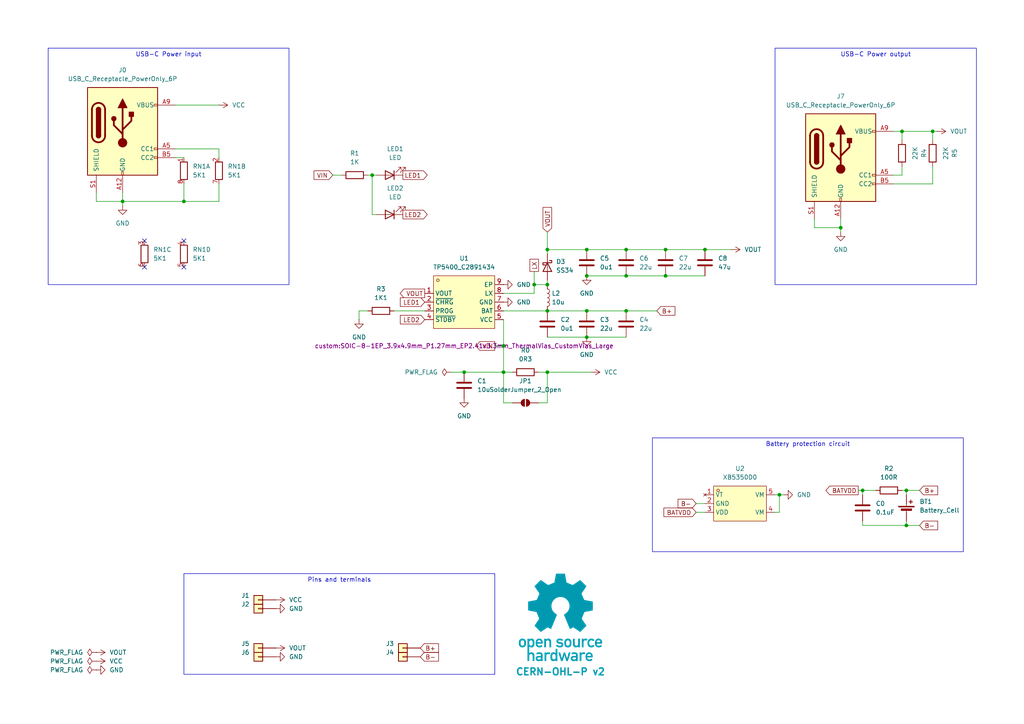
<source format=kicad_sch>
(kicad_sch (version 20231120) (generator "eeschema") (generator_version "8.0")
  (paper "A4")
  (lib_symbols
    (symbol "Conn_01x01_1" (pin_numbers hide) (pin_names (offset 1.016) hide)
      (property "Reference" "J" (at 0 2.54 0))
      (property "Value" "Conn_01x01" (at 0 -2.54 0))
      (symbol "Conn_01x01_1_1_1"
        (rectangle (start -1.27 0.127) (end 0 -0.127) (stroke (width 0.1524)))
        (rectangle (start -1.27 1.27) (end 1.27 -1.27) (stroke (width 0.254)) (fill (type background)))
        (pin passive line (at -5.08 0 0) (length 3.81) (name "Pin_1") (number "1"))
      )
    )
    (symbol "Connector:USB_C_Receptacle_PowerOnly_6P" (pin_names (offset 1.016))
      (property "Reference" "J" (at 0 16.51 0))
      (property "Value" "USB_C_Receptacle_PowerOnly_6P" (at 0 13.97 0))
      (symbol "USB_C_Receptacle_PowerOnly_6P_0_0"
        (rectangle (start -0.254 -12.7) (end 0.254 -11.684))
        (rectangle (start 10.16 -7.366) (end 9.144 -7.874))
        (rectangle (start 10.16 -4.826) (end 9.144 -5.334))
        (rectangle (start 10.16 7.874) (end 9.144 7.366))
      )
      (symbol "USB_C_Receptacle_PowerOnly_6P_0_1"
        (rectangle (start -10.16 12.7) (end 10.16 -12.7) (stroke (width 0.254)) (fill (type background)))
        (arc (start -8.89 -1.27) (mid -6.985 -3.1667) (end -5.08 -1.27) (stroke (width 0.508)))
        (arc (start -7.62 -1.27) (mid -6.985 -1.9023) (end -6.35 -1.27) (stroke (width 0.254)))
        (arc (start -7.62 -1.27) (mid -6.985 -1.9023) (end -6.35 -1.27) (stroke (width 0.254)) (fill (type outline)))
        (rectangle (start -7.62 -1.27) (end -6.35 6.35) (stroke (width 0.254)) (fill (type outline)))
        (arc (start -6.35 6.35) (mid -6.985 6.9823) (end -7.62 6.35) (stroke (width 0.254)))
        (arc (start -6.35 6.35) (mid -6.985 6.9823) (end -7.62 6.35) (stroke (width 0.254)) (fill (type outline)))
        (arc (start -5.08 6.35) (mid -6.985 8.2467) (end -8.89 6.35) (stroke (width 0.508)))
        (circle (center -2.54 3.683) (radius 0.635) (stroke (width 0.254)) (fill (type outline)))
        (circle (center 0 -3.302) (radius 1.27) (fill (type outline)))
        (polyline (pts (xy -8.89 -1.27) (xy -8.89 6.35)) (stroke (width 0.508)))
        (polyline (pts (xy -5.08 6.35) (xy -5.08 -1.27)) (stroke (width 0.508)))
        (polyline (pts (xy 0 -3.302) (xy 0 6.858)) (stroke (width 0.508)))
        (polyline (pts (xy 0 -0.762) (xy -2.54 1.778) (xy -2.54 3.048)) (stroke (width 0.508)))
        (polyline (pts (xy 0 0.508) (xy 2.54 3.048) (xy 2.54 4.318)) (stroke (width 0.508)))
        (polyline (pts (xy -1.27 6.858) (xy 0 9.398) (xy 1.27 6.858) (xy -1.27 6.858)) (stroke (width 0.254)) (fill (type outline)))
        (rectangle (start 1.905 4.318) (end 3.175 5.588) (stroke (width 0.254)) (fill (type outline)))
      )
      (symbol "USB_C_Receptacle_PowerOnly_6P_1_1"
        (pin passive line (at 0 -17.78 90) (length 5.08) (name "GND") (number "A12"))
        (pin bidirectional line (at 15.24 -5.08 180) (length 5.08) (name "CC1") (number "A5"))
        (pin passive line (at 15.24 7.62 180) (length 5.08) (name "VBUS") (number "A9"))
        (pin passive line (at 0 -17.78 90) (length 5.08) hide (name "GND") (number "B12"))
        (pin bidirectional line (at 15.24 -7.62 180) (length 5.08) (name "CC2") (number "B5"))
        (pin passive line (at 15.24 7.62 180) (length 5.08) hide (name "VBUS") (number "B9"))
        (pin passive line (at -7.62 -17.78 90) (length 5.08) (name "SHIELD") (number "S1"))
      )
    )
    (symbol "Connector_Generic:Conn_01x01" (pin_numbers hide) (pin_names (offset 1.016) hide)
      (property "Reference" "J" (at 0 2.54 0))
      (property "Value" "Conn_01x01" (at 0 -2.54 0))
      (symbol "Conn_01x01_1_1"
        (rectangle (start -1.27 0.127) (end 0 -0.127) (stroke (width 0.1524)))
        (rectangle (start -1.27 1.27) (end 1.27 -1.27) (stroke (width 0.254)) (fill (type background)))
        (pin passive line (at -5.08 0 0) (length 3.81) (name "Pin_1") (number "1"))
      )
    )
    (symbol "Device:Battery_Cell" (pin_numbers hide) (pin_names (offset 0) hide)
      (property "Reference" "BT" (at 2.54 2.54 0))
      (property "Value" "Battery_Cell" (at 2.54 0 0))
      (symbol "Battery_Cell_0_1"
        (rectangle (start -2.286 1.778) (end 2.286 1.524) (fill (type outline)))
        (rectangle (start -1.524 1.016) (end 1.524 0.508) (fill (type outline)))
        (polyline (pts (xy 0 0.762) (xy 0 0)))
        (polyline (pts (xy 0 1.778) (xy 0 2.54)))
        (polyline (pts (xy 0.762 3.048) (xy 1.778 3.048)) (stroke (width 0.254)))
        (polyline (pts (xy 1.27 3.556) (xy 1.27 2.54)) (stroke (width 0.254)))
      )
      (symbol "Battery_Cell_1_1"
        (pin passive line (at 0 5.08 270) (length 2.54) (name "+") (number "1"))
        (pin passive line (at 0 -2.54 90) (length 2.54) (name "-") (number "2"))
      )
    )
    (symbol "Device:C" (pin_numbers hide) (pin_names (offset 0.254))
      (property "Reference" "C" (at 0.635 2.54 0))
      (property "Value" "C" (at 0.635 -2.54 0))
      (symbol "C_0_1"
        (polyline (pts (xy -2.032 -0.762) (xy 2.032 -0.762)) (stroke (width 0.508)))
        (polyline (pts (xy -2.032 0.762) (xy 2.032 0.762)) (stroke (width 0.508)))
      )
      (symbol "C_1_1"
        (pin passive line (at 0 3.81 270) (length 2.794) (name "~") (number "1"))
        (pin passive line (at 0 -3.81 90) (length 2.794) (name "~") (number "2"))
      )
    )
    (symbol "Device:L" (pin_numbers hide) (pin_names (offset 1.016) hide)
      (property "Reference" "L" (at -1.27 0 90))
      (property "Value" "L" (at 1.905 0 90))
      (symbol "L_0_1"
        (arc (start 0 -2.54) (mid 0.6323 -1.905) (end 0 -1.27))
        (arc (start 0 -1.27) (mid 0.6323 -0.635) (end 0 0))
        (arc (start 0 0) (mid 0.6323 0.635) (end 0 1.27))
        (arc (start 0 1.27) (mid 0.6323 1.905) (end 0 2.54))
      )
      (symbol "L_1_1"
        (pin passive line (at 0 3.81 270) (length 1.27) (name "1") (number "1"))
        (pin passive line (at 0 -3.81 90) (length 1.27) (name "2") (number "2"))
      )
    )
    (symbol "Device:LED" (pin_numbers hide) (pin_names (offset 1.016) hide)
      (property "Reference" "D" (at 0 2.54 0))
      (property "Value" "LED" (at 0 -2.54 0))
      (symbol "LED_0_1"
        (polyline (pts (xy -1.27 -1.27) (xy -1.27 1.27)) (stroke (width 0.254)))
        (polyline (pts (xy -1.27 0) (xy 1.27 0)))
        (polyline (pts (xy 1.27 -1.27) (xy 1.27 1.27) (xy -1.27 0) (xy 1.27 -1.27)) (stroke (width 0.254)))
        (polyline (pts (xy -3.048 -0.762) (xy -4.572 -2.286) (xy -3.81 -2.286) (xy -4.572 -2.286) (xy -4.572 -1.524)))
        (polyline (pts (xy -1.778 -0.762) (xy -3.302 -2.286) (xy -2.54 -2.286) (xy -3.302 -2.286) (xy -3.302 -1.524)))
      )
      (symbol "LED_1_1"
        (pin passive line (at -3.81 0 0) (length 2.54) (name "K") (number "1"))
        (pin passive line (at 3.81 0 180) (length 2.54) (name "A") (number "2"))
      )
    )
    (symbol "Device:R" (pin_numbers hide) (pin_names (offset 0))
      (property "Reference" "R" (at 2.032 0 90))
      (property "Value" "R" (at 0 0 90))
      (symbol "R_0_1"
        (rectangle (start -1.016 -2.54) (end 1.016 2.54) (stroke (width 0.254)))
      )
      (symbol "R_1_1"
        (pin passive line (at 0 3.81 270) (length 1.27) (name "~") (number "1"))
        (pin passive line (at 0 -3.81 90) (length 1.27) (name "~") (number "2"))
      )
    )
    (symbol "Device:R_Pack04_Split" (pin_names (offset 0) hide)
      (property "Reference" "RN" (at 2.032 0 90))
      (property "Value" "R_Pack04_Split" (at 0 0 90))
      (symbol "R_Pack04_Split_0_1"
        (rectangle (start 1.016 2.54) (end -1.016 -2.54) (stroke (width 0.254)))
      )
      (symbol "R_Pack04_Split_1_1"
        (pin passive line (at 0 -3.81 90) (length 1.27) (name "R1.1") (number "1"))
        (pin passive line (at 0 3.81 270) (length 1.27) (name "R1.2") (number "8"))
      )
      (symbol "R_Pack04_Split_2_1"
        (pin passive line (at 0 -3.81 90) (length 1.27) (name "R2.1") (number "2"))
        (pin passive line (at 0 3.81 270) (length 1.27) (name "R2.2") (number "7"))
      )
      (symbol "R_Pack04_Split_3_1"
        (pin passive line (at 0 -3.81 90) (length 1.27) (name "R3.1") (number "3"))
        (pin passive line (at 0 3.81 270) (length 1.27) (name "R3.2") (number "6"))
      )
      (symbol "R_Pack04_Split_4_1"
        (pin passive line (at 0 -3.81 90) (length 1.27) (name "R4.1") (number "4"))
        (pin passive line (at 0 3.81 270) (length 1.27) (name "R4.2") (number "5"))
      )
    )
    (symbol "Diode:SS34" (pin_numbers hide) (pin_names (offset 1.016) hide)
      (property "Reference" "D" (at 0 2.54 0))
      (property "Value" "SS34" (at 0 -2.54 0))
      (symbol "SS34_0_1"
        (polyline (pts (xy 1.27 0) (xy -1.27 0)))
        (polyline (pts (xy 1.27 1.27) (xy 1.27 -1.27) (xy -1.27 0) (xy 1.27 1.27)) (stroke (width 0.254)))
        (polyline (pts (xy -1.905 0.635) (xy -1.905 1.27) (xy -1.27 1.27) (xy -1.27 -1.27) (xy -0.635 -1.27) (xy -0.635 -0.635)) (stroke (width 0.254)))
      )
      (symbol "SS34_1_1"
        (pin passive line (at -3.81 0 0) (length 2.54) (name "K") (number "1"))
        (pin passive line (at 3.81 0 180) (length 2.54) (name "A") (number "2"))
      )
    )
    (symbol "Jumper:SolderJumper_2_Open" (pin_numbers hide) (pin_names (offset 0) hide) (exclude_from_sim yes) (in_bom no)
      (property "Reference" "JP" (at 0 2.032 0))
      (property "Value" "SolderJumper_2_Open" (at 0 -2.54 0))
      (symbol "SolderJumper_2_Open_0_1"
        (arc (start -0.254 1.016) (mid -1.2656 0) (end -0.254 -1.016))
        (arc (start -0.254 1.016) (mid -1.2656 0) (end -0.254 -1.016) (fill (type outline)))
        (polyline (pts (xy -0.254 1.016) (xy -0.254 -1.016)))
        (polyline (pts (xy 0.254 1.016) (xy 0.254 -1.016)))
        (arc (start 0.254 -1.016) (mid 1.2656 0) (end 0.254 1.016))
        (arc (start 0.254 -1.016) (mid 1.2656 0) (end 0.254 1.016) (fill (type outline)))
      )
      (symbol "SolderJumper_2_Open_1_1"
        (pin passive line (at -3.81 0 0) (length 2.54) (name "A") (number "1"))
        (pin passive line (at 3.81 0 180) (length 2.54) (name "B") (number "2"))
      )
    )
    (symbol "lcsc:TP5400_C2891434"
      (property "Reference" "U" (at 0 10.16 0))
      (property "Value" "TP5400_C2891434" (at 0 -10.16 0))
      (symbol "TP5400_C2891434_0_1"
        (rectangle (start -8.89 7.62) (end 8.89 -7.62) (fill (type background)))
        (circle (center -7.62 6.35) (radius 0.38))
      )
      (symbol "TP5400_C2891434_1_1"
        (pin power_in line (at -11.43 2.54 0) (length 2.54) (name "VOUT") (number "1"))
        (pin open_collector line (at -11.43 0 0) (length 2.54) (name "~{CHRG}") (number "2"))
        (pin passive line (at -11.43 -2.54 0) (length 2.54) (name "PROG") (number "3"))
        (pin open_collector line (at -11.43 -5.08 0) (length 2.54) (name "~{STDBY}") (number "4"))
        (pin power_in line (at 11.43 -5.08 180) (length 2.54) (name "VCC") (number "5"))
        (pin passive line (at 11.43 -2.54 180) (length 2.54) (name "BAT") (number "6"))
        (pin power_in line (at 11.43 0 180) (length 2.54) (name "GND") (number "7"))
        (pin passive line (at 11.43 2.54 180) (length 2.54) (name "LX") (number "8"))
        (pin power_in line (at 11.43 5.08 180) (length 2.54) (name "EP") (number "9"))
      )
    )
    (symbol "lcsc:XB5350D0"
      (property "Reference" "U" (at 0 7.62 0))
      (property "Value" "XB5350D0" (at 0 -7.62 0))
      (symbol "XB5350D0_0_1"
        (rectangle (start -7.62 5.08) (end 7.62 -5.08) (fill (type background)))
        (circle (center -6.35 3.81) (radius 0.38))
      )
      (symbol "XB5350D0_1_1"
        (pin no_connect line (at -10.16 2.54 0) (length 2.54) (name "VT") (number "1"))
        (pin input line (at -10.16 0 0) (length 2.54) (name "GND") (number "2"))
        (pin input line (at -10.16 -2.54 0) (length 2.54) (name "VDD") (number "3"))
        (pin input line (at 10.16 -2.54 180) (length 2.54) (name "VM") (number "4"))
        (pin input line (at 10.16 2.54 180) (length 2.54) (name "VM") (number "5"))
      )
    )
    (symbol "power:+5V" (power) (pin_numbers hide) (pin_names (offset 0) hide)
      (property "Value" "+5V" (at 0 3.556 0))
      (symbol "+5V_0_1"
        (polyline (pts (xy -0.762 1.27) (xy 0 2.54)))
        (polyline (pts (xy 0 0) (xy 0 2.54)))
        (polyline (pts (xy 0 2.54) (xy 0.762 1.27)))
      )
      (symbol "+5V_1_1"
        (pin power_in line (at 0 0 90) (length 0) (name "~") (number "1"))
      )
    )
    (symbol "power:GND" (power) (pin_numbers hide) (pin_names (offset 0) hide)
      (property "Value" "GND" (at 0 -3.81 0))
      (symbol "GND_0_1"
        (polyline (pts (xy 0 0) (xy 0 -1.27) (xy 1.27 -1.27) (xy 0 -2.54) (xy -1.27 -1.27) (xy 0 -1.27)))
      )
      (symbol "GND_1_1"
        (pin power_in line (at 0 0 270) (length 0) (name "~") (number "1"))
      )
    )
    (symbol "power:PWR_FLAG" (power) (pin_numbers hide) (pin_names (offset 0) hide)
      (property "Value" "PWR_FLAG" (at 0 3.81 0))
      (symbol "PWR_FLAG_0_0"
        (pin power_out line (at 0 0 90) (length 0) (name "~") (number "1"))
      )
      (symbol "PWR_FLAG_0_1"
        (polyline (pts (xy 0 0) (xy 0 1.27) (xy -1.016 1.905) (xy 0 2.54) (xy 1.016 1.905) (xy 0 1.27)))
      )
    )
    (symbol "power:VCC" (power) (pin_numbers hide) (pin_names (offset 0) hide)
      (property "Value" "VCC" (at 0 3.556 0))
      (symbol "VCC_0_1"
        (polyline (pts (xy -0.762 1.27) (xy 0 2.54)))
        (polyline (pts (xy 0 0) (xy 0 2.54)))
        (polyline (pts (xy 0 2.54) (xy 0.762 1.27)))
      )
      (symbol "VCC_1_1"
        (pin power_in line (at 0 0 90) (length 0) (name "~") (number "1"))
      )
    )
  )
  (junction (at 250.19 142.24))
  (junction (at 170.18 80.01))
  (junction (at 181.61 80.01))
  (junction (at 170.18 90.17))
  (junction (at 35.56 58.42))
  (junction (at 193.04 80.01))
  (junction (at 53.34 58.42))
  (junction (at 193.04 72.39))
  (junction (at 181.61 72.39))
  (junction (at 154.94 82.55))
  (junction (at 158.75 107.95))
  (junction (at 170.18 97.79))
  (junction (at 226.06 143.51))
  (junction (at 181.61 90.17))
  (junction (at 262.89 152.4))
  (junction (at 170.18 72.39))
  (junction (at 158.75 72.39))
  (junction (at 146.05 107.95))
  (junction (at 261.62 38.1))
  (junction (at 158.75 90.17))
  (junction (at 107.95 50.8))
  (junction (at 134.62 107.95))
  (junction (at 243.84 66.04))
  (junction (at 158.75 82.55))
  (junction (at 262.89 142.24))
  (junction (at 146.05 100.33))
  (junction (at 204.47 72.39))
  (junction (at 270.51 38.1))
  (no_connect (at 41.91 77.47))
  (no_connect (at 41.91 69.85))
  (no_connect (at 53.34 77.47))
  (no_connect (at 53.34 69.85))
  (wire (pts (xy 107.95 50.8) (xy 107.95 62.23)))
  (wire (pts (xy 53.34 53.34) (xy 53.34 58.42)))
  (wire (pts (xy 226.06 148.59) (xy 226.06 143.51)))
  (wire (pts (xy 262.89 152.4) (xy 262.89 151.13)))
  (wire (pts (xy 250.19 151.13) (xy 250.19 152.4)))
  (wire (pts (xy 35.56 55.88) (xy 35.56 58.42)))
  (wire (pts (xy 27.94 58.42) (xy 35.56 58.42)))
  (wire (pts (xy 243.84 66.04) (xy 243.84 67.31)))
  (wire (pts (xy 50.8 30.48) (xy 63.5 30.48)))
  (wire (pts (xy 259.08 38.1) (xy 261.62 38.1)))
  (wire (pts (xy 156.21 116.84) (xy 158.75 116.84)))
  (wire (pts (xy 158.75 90.17) (xy 170.18 90.17)))
  (wire (pts (xy 212.09 72.39) (xy 204.47 72.39)))
  (wire (pts (xy 181.61 90.17) (xy 190.5 90.17)))
  (wire (pts (xy 104.14 92.71) (xy 104.14 90.17)))
  (wire (pts (xy 158.75 107.95) (xy 156.21 107.95)))
  (wire (pts (xy 227.33 143.51) (xy 226.06 143.51)))
  (wire (pts (xy 146.05 116.84) (xy 146.05 107.95)))
  (wire (pts (xy 158.75 72.39) (xy 158.75 73.66)))
  (wire (pts (xy 50.8 43.18) (xy 63.5 43.18)))
  (wire (pts (xy 248.92 142.24) (xy 250.19 142.24)))
  (wire (pts (xy 250.19 152.4) (xy 262.89 152.4)))
  (wire (pts (xy 270.51 38.1) (xy 271.78 38.1)))
  (wire (pts (xy 148.59 116.84) (xy 146.05 116.84)))
  (wire (pts (xy 170.18 90.17) (xy 181.61 90.17)))
  (wire (pts (xy 158.75 67.31) (xy 158.75 72.39)))
  (wire (pts (xy 226.06 143.51) (xy 224.79 143.51)))
  (wire (pts (xy 270.51 48.26) (xy 270.51 53.34)))
  (wire (pts (xy 261.62 48.26) (xy 261.62 50.8)))
  (wire (pts (xy 181.61 80.01) (xy 193.04 80.01)))
  (wire (pts (xy 27.94 55.88) (xy 27.94 58.42)))
  (wire (pts (xy 130.81 107.95) (xy 134.62 107.95)))
  (wire (pts (xy 158.75 107.95) (xy 171.45 107.95)))
  (wire (pts (xy 158.75 72.39) (xy 170.18 72.39)))
  (wire (pts (xy 63.5 53.34) (xy 63.5 58.42)))
  (wire (pts (xy 63.5 43.18) (xy 63.5 45.72)))
  (wire (pts (xy 262.89 152.4) (xy 266.7 152.4)))
  (wire (pts (xy 259.08 50.8) (xy 261.62 50.8)))
  (wire (pts (xy 158.75 97.79) (xy 170.18 97.79)))
  (wire (pts (xy 53.34 58.42) (xy 35.56 58.42)))
  (wire (pts (xy 148.59 107.95) (xy 146.05 107.95)))
  (wire (pts (xy 193.04 72.39) (xy 204.47 72.39)))
  (wire (pts (xy 154.94 82.55) (xy 158.75 82.55)))
  (wire (pts (xy 270.51 38.1) (xy 270.51 40.64)))
  (wire (pts (xy 146.05 100.33) (xy 146.05 107.95)))
  (wire (pts (xy 96.52 50.8) (xy 99.06 50.8)))
  (wire (pts (xy 262.89 142.24) (xy 262.89 143.51)))
  (wire (pts (xy 254 142.24) (xy 250.19 142.24)))
  (wire (pts (xy 146.05 90.17) (xy 158.75 90.17)))
  (wire (pts (xy 35.56 58.42) (xy 35.56 59.69)))
  (wire (pts (xy 134.62 107.95) (xy 146.05 107.95)))
  (wire (pts (xy 146.05 85.09) (xy 154.94 85.09)))
  (wire (pts (xy 104.14 90.17) (xy 106.68 90.17)))
  (wire (pts (xy 50.8 45.72) (xy 53.34 45.72)))
  (wire (pts (xy 143.51 100.33) (xy 146.05 100.33)))
  (wire (pts (xy 201.93 146.05) (xy 204.47 146.05)))
  (wire (pts (xy 261.62 142.24) (xy 262.89 142.24)))
  (wire (pts (xy 261.62 38.1) (xy 261.62 40.64)))
  (wire (pts (xy 250.19 142.24) (xy 250.19 143.51)))
  (wire (pts (xy 181.61 72.39) (xy 193.04 72.39)))
  (wire (pts (xy 170.18 80.01) (xy 181.61 80.01)))
  (wire (pts (xy 63.5 58.42) (xy 53.34 58.42)))
  (wire (pts (xy 146.05 92.71) (xy 146.05 100.33)))
  (wire (pts (xy 236.22 66.04) (xy 243.84 66.04)))
  (wire (pts (xy 114.3 90.17) (xy 123.19 90.17)))
  (wire (pts (xy 158.75 81.28) (xy 158.75 82.55)))
  (wire (pts (xy 224.79 148.59) (xy 226.06 148.59)))
  (wire (pts (xy 261.62 38.1) (xy 270.51 38.1)))
  (wire (pts (xy 262.89 142.24) (xy 266.7 142.24)))
  (wire (pts (xy 243.84 63.5) (xy 243.84 66.04)))
  (wire (pts (xy 170.18 72.39) (xy 181.61 72.39)))
  (wire (pts (xy 236.22 63.5) (xy 236.22 66.04)))
  (wire (pts (xy 107.95 50.8) (xy 109.22 50.8)))
  (wire (pts (xy 193.04 80.01) (xy 204.47 80.01)))
  (wire (pts (xy 158.75 116.84) (xy 158.75 107.95)))
  (wire (pts (xy 106.68 50.8) (xy 107.95 50.8)))
  (wire (pts (xy 201.93 148.59) (xy 204.47 148.59)))
  (wire (pts (xy 109.22 62.23) (xy 107.95 62.23)))
  (wire (pts (xy 259.08 53.34) (xy 270.51 53.34)))
  (wire (pts (xy 154.94 85.09) (xy 154.94 82.55)))
  (wire (pts (xy 170.18 97.79) (xy 181.61 97.79)))
  (wire (pts (xy 154.94 82.55) (xy 154.94 78.74)))
  (image (at 162.56 179.07) (scale 0.37481))
  (text_box "USB-C Power output" (at 224.79 13.97 0) (size 58.42 68.58) (effects (font (size 1.27 1.27)) (justify top)))
  (text_box "Pins and terminals" (at 53.34 166.37 0) (size 90.17 29.21) (effects (font (size 1.27 1.27)) (justify top)))
  (text_box "USB-C Power input" (at 13.97 13.97 0) (size 69.85 68.58) (effects (font (size 1.27 1.27)) (justify top)))
  (text_box "Battery protection circuit" (at 189.23 127 0) (size 90.17 33.02) (effects (font (size 1.27 1.27)) (justify top)))
  (text "CERN-OHL-P v2" (at 162.56 195.072 0) (effects (font (size 2 2) (thickness 0.4) (bold yes))))
  (global_label "LED2" (shape input) (at 123.19 92.71 180) (property "Intersheetrefs" "${INTERSHEET_REFS}" (effects (hide yes))))
  (global_label "B+" (shape input) (at 190.5 90.17 0) (property "Intersheetrefs" "${INTERSHEET_REFS}" (effects (hide yes))))
  (global_label "LX" (shape passive) (at 154.94 78.74 90) (property "Intersheetrefs" "${INTERSHEET_REFS}" (effects (hide yes))))
  (global_label "B-" (shape input) (at 266.7 152.4 0) (property "Intersheetrefs" "${INTERSHEET_REFS}" (effects (hide yes))))
  (global_label "B-" (shape input) (at 201.93 146.05 180) (property "Intersheetrefs" "${INTERSHEET_REFS}" (effects (hide yes))))
  (global_label "BATVDD" (shape input) (at 201.93 148.59 180) (property "Intersheetrefs" "${INTERSHEET_REFS}" (effects (hide yes))))
  (global_label "VOUT" (shape input) (at 158.75 67.31 90) (property "Intersheetrefs" "${INTERSHEET_REFS}" (effects (hide yes))))
  (global_label "B-" (shape input) (at 121.92 190.5 0) (property "Intersheetrefs" "${INTERSHEET_REFS}" (effects (hide yes))))
  (global_label "VIN" (shape input) (at 96.52 50.8 180) (property "Intersheetrefs" "${INTERSHEET_REFS}" (effects (hide yes))))
  (global_label "LED1" (shape input) (at 123.19 87.63 180) (property "Intersheetrefs" "${INTERSHEET_REFS}" (effects (hide yes))))
  (global_label "BATVDD" (shape output) (at 248.92 142.24 180) (property "Intersheetrefs" "${INTERSHEET_REFS}" (effects (hide yes))))
  (global_label "LED2" (shape output) (at 116.84 62.23 0) (property "Intersheetrefs" "${INTERSHEET_REFS}" (effects (hide yes))))
  (global_label "VOUT" (shape output) (at 123.19 85.09 180) (property "Intersheetrefs" "${INTERSHEET_REFS}" (effects (hide yes))))
  (global_label "B+" (shape input) (at 266.7 142.24 0) (property "Intersheetrefs" "${INTERSHEET_REFS}" (effects (hide yes))))
  (global_label "LED1" (shape output) (at 116.84 50.8 0) (property "Intersheetrefs" "${INTERSHEET_REFS}" (effects (hide yes))))
  (global_label "B+" (shape input) (at 121.92 187.96 0) (property "Intersheetrefs" "${INTERSHEET_REFS}" (effects (hide yes))))
  (global_label "VIN" (shape output) (at 143.51 100.33 180) (property "Intersheetrefs" "${INTERSHEET_REFS}" (effects (hide yes))))
  (symbol (lib_id "power:PWR_FLAG") (at 27.94 189.23 90) (unit 1)
    (property "Reference" "#FLG03" (effects (hide yes)))
    (property "Value" "PWR_FLAG" (at 24.13 189.2301 90) (effects (justify left)))
    (property "Description" "Special symbol for telling ERC where power comes from" (effects (hide yes)))
  )
  (symbol (lib_id "Device:LED") (at 113.03 62.23 180) (unit 1)
    (property "Reference" "LED2" (at 114.6175 54.61 0))
    (property "Value" "LED" (at 114.6175 57.15 0))
    (property "Footprint" "custom:LED_0805_2012Metric_Pad1.15x1.40mm_HandSolder_simple" (effects (hide yes)))
    (property "Description" "Light emitting diode" (effects (hide yes)))
  )
  (symbol (lib_id "Device:C") (at 181.61 93.98 180) (unit 1)
    (property "Reference" "C4" (at 185.42 92.7099 0) (effects (justify right)))
    (property "Value" "22u" (at 185.42 95.2499 0) (effects (justify right)))
    (property "Footprint" "custom:C_1206_3216Metric_Pad1.33x1.80mm_HandSolder" (effects (hide yes)))
    (property "Description" "Unpolarized capacitor" (effects (hide yes)))
  )
  (symbol (lib_id "Device:C") (at 170.18 93.98 180) (unit 1)
    (property "Reference" "C3" (at 173.99 92.7099 0) (effects (justify right)))
    (property "Value" "22u" (at 173.99 95.2499 0) (effects (justify right)))
    (property "Footprint" "custom:C_1206_3216Metric_Pad1.33x1.80mm_HandSolder" (effects (hide yes)))
    (property "Description" "Unpolarized capacitor" (effects (hide yes)))
  )
  (symbol (lib_id "power:PWR_FLAG") (at 130.81 107.95 90) (unit 1)
    (property "Reference" "#FLG04" (effects (hide yes)))
    (property "Value" "PWR_FLAG" (at 127 107.9501 90) (effects (justify left)))
    (property "Description" "Special symbol for telling ERC where power comes from" (effects (hide yes)))
  )
  (symbol (lib_id "power:VCC") (at 212.09 72.39 270) (unit 1)
    (property "Reference" "#PWR017" (effects (hide yes)))
    (property "Value" "VOUT" (at 215.9 72.3901 90) (effects (justify left)))
    (property "Description" "Power symbol creates a global label with name \"VCC\"" (effects (hide yes)))
  )
  (symbol (lib_id "Device:C") (at 170.18 76.2 180) (unit 1)
    (property "Reference" "C5" (at 173.99 74.9299 0) (effects (justify right)))
    (property "Value" "0u1" (at 173.99 77.4699 0) (effects (justify right)))
    (property "Footprint" "custom:C_0805_2012Metric_Pad1.18x1.45mm_HandSolder" (effects (hide yes)))
    (property "Description" "Unpolarized capacitor" (effects (hide yes)))
  )
  (symbol (lib_id "Device:C") (at 134.62 111.76 180) (unit 1)
    (property "Reference" "C1" (at 138.43 110.4899 0) (effects (justify right)))
    (property "Value" "10u" (at 138.43 113.0299 0) (effects (justify right)))
    (property "Footprint" "custom:C_0805_2012Metric_Pad1.18x1.45mm_HandSolder" (effects (hide yes)))
    (property "Description" "Unpolarized capacitor" (effects (hide yes)))
  )
  (symbol (lib_name "Conn_01x01_1") (lib_id "Connector_Generic:Conn_01x01") (at 116.84 190.5 0) (mirror y) (unit 1)
    (property "Reference" "J4" (at 114.3 189.2299 0) (effects (justify left)))
    (property "Value" "Conn_01x01" (effects (hide yes)))
    (property "Footprint" "custom:PinHeader_1x01_P2.54mm_simple_square" (effects (hide yes)))
    (property "Description" "Generic connector, single row, 01x01, script generated (kicad-library-utils/schlib/autogen/connector/)" (effects (hide yes)))
  )
  (symbol (lib_name "Conn_01x01_1") (lib_id "Connector_Generic:Conn_01x01") (at 74.93 176.53 0) (mirror y) (unit 1)
    (property "Reference" "J2" (at 72.39 175.2599 0) (effects (justify left)))
    (property "Value" "Conn_01x01" (effects (hide yes)))
    (property "Footprint" "custom:PinHeader_1x01_P2.54mm_simple_square" (effects (hide yes)))
    (property "Description" "Generic connector, single row, 01x01, script generated (kicad-library-utils/schlib/autogen/connector/)" (effects (hide yes)))
  )
  (symbol (lib_id "Device:R_Pack04_Split") (at 53.34 73.66 180) (unit 4)
    (property "Reference" "RN1" (at 55.88 72.3899 0) (effects (justify right)))
    (property "Value" "5K1" (at 55.88 74.9299 0) (effects (justify right)))
    (property "Footprint" "Resistor_SMD:R_Array_Convex_4x0603" (effects (hide yes)))
    (property "Description" "4 resistor network, parallel topology, split" (effects (hide yes)))
  )
  (symbol (lib_id "Device:R") (at 102.87 50.8 90) (unit 1)
    (property "Reference" "R1" (at 102.87 44.45 90))
    (property "Value" "1K" (at 102.87 46.99 90))
    (property "Footprint" "Resistor_SMD:R_0805_2012Metric_Pad1.20x1.40mm_HandSolder" (effects (hide yes)))
    (property "Description" "Resistor" (effects (hide yes)))
  )
  (symbol (lib_id "power:VCC") (at 171.45 107.95 270) (unit 1)
    (property "Reference" "#PWR04" (effects (hide yes)))
    (property "Value" "VCC" (at 175.26 107.9501 90) (effects (justify left)))
    (property "Description" "Power symbol creates a global label with name \"VCC\"" (effects (hide yes)))
  )
  (symbol (lib_id "Jumper:SolderJumper_2_Open") (at 152.4 116.84 0) (unit 1) (exclude_from_sim yes) (in_bom no)
    (property "Reference" "JP1" (at 152.4 110.49 0))
    (property "Value" "SolderJumper_2_Open" (at 152.4 113.03 0))
    (property "Footprint" "Jumper:SolderJumper-2_P1.3mm_Open_RoundedPad1.0x1.5mm" (effects (hide yes)))
    (property "Description" "Solder Jumper, 2-pole, open" (effects (hide yes)))
  )
  (symbol (lib_id "power:VCC") (at 80.01 173.99 270) (mirror x) (unit 1)
    (property "Reference" "#PWR010" (effects (hide yes)))
    (property "Value" "VCC" (at 83.82 173.9899 90) (effects (justify left)))
    (property "Description" "Power symbol creates a global label with name \"VCC\"" (effects (hide yes)))
  )
  (symbol (lib_id "power:GND") (at 146.05 82.55 90) (mirror x) (unit 1)
    (property "Reference" "#PWR012" (effects (hide yes)))
    (property "Value" "GND" (at 149.86 82.5499 90) (effects (justify right)))
    (property "Description" "Power symbol creates a global label with name \"GND\" , ground" (effects (hide yes)))
  )
  (symbol (lib_id "Device:R") (at 270.51 44.45 0) (mirror y) (unit 1)
    (property "Reference" "R5" (at 276.86 44.45 90))
    (property "Value" "22K" (at 274.32 44.45 90))
    (property "Footprint" "Resistor_SMD:R_0805_2012Metric_Pad1.20x1.40mm_HandSolder" (effects (hide yes)))
    (property "Description" "Resistor" (effects (hide yes)))
    (property "LCSC Part" "C25768" (effects (hide yes)))
  )
  (symbol (lib_id "Device:R_Pack04_Split") (at 63.5 49.53 180) (unit 2)
    (property "Reference" "RN1" (at 66.04 48.2599 0) (effects (justify right)))
    (property "Value" "5K1" (at 66.04 50.7999 0) (effects (justify right)))
    (property "Footprint" "Resistor_SMD:R_Array_Convex_4x0603" (effects (hide yes)))
    (property "Description" "4 resistor network, parallel topology, split" (effects (hide yes)))
  )
  (symbol (lib_id "power:VCC") (at 27.94 191.77 270) (unit 1)
    (property "Reference" "#PWR01" (effects (hide yes)))
    (property "Value" "VCC" (at 31.75 191.7701 90) (effects (justify left)))
    (property "Description" "Power symbol creates a global label with name \"VCC\"" (effects (hide yes)))
  )
  (symbol (lib_id "Device:C") (at 204.47 76.2 180) (unit 1)
    (property "Reference" "C8" (at 208.28 74.9299 0) (effects (justify right)))
    (property "Value" "47u" (at 208.28 77.4699 0) (effects (justify right)))
    (property "Footprint" "custom:C_1206_3216Metric_Pad1.33x1.80mm_HandSolder" (effects (hide yes)))
    (property "Description" "Unpolarized capacitor" (effects (hide yes)))
  )
  (symbol (lib_id "power:PWR_FLAG") (at 27.94 194.31 90) (unit 1)
    (property "Reference" "#FLG01" (effects (hide yes)))
    (property "Value" "PWR_FLAG" (at 24.13 194.3101 90) (effects (justify left)))
    (property "Description" "Special symbol for telling ERC where power comes from" (effects (hide yes)))
  )
  (symbol (lib_id "lcsc:XB5350D0") (at 214.63 146.05 0) (unit 1)
    (property "Reference" "U2" (at 214.63 135.89 0))
    (property "Value" "XB5350D0" (at 214.63 138.43 0))
    (property "Footprint" "custom:SOT-23-5_simple" (effects (hide yes)))
    (property "Datasheet" "https://www.lcsc.com/datasheet/lcsc_datasheet_2106062205_XySemi-XB5350D0_C2760002.pdf" (effects (hide yes)))
    (property "JLCPCB_CORRECTION" "0; 0; 180" (effects (hide yes)))
    (property "LCSC Part" "C2760002" (effects (hide yes)))
  )
  (symbol (lib_id "Device:C") (at 193.04 76.2 180) (unit 1)
    (property "Reference" "C7" (at 196.85 74.9299 0) (effects (justify right)))
    (property "Value" "22u" (at 196.85 77.4699 0) (effects (justify right)))
    (property "Footprint" "custom:C_1206_3216Metric_Pad1.33x1.80mm_HandSolder" (effects (hide yes)))
    (property "Description" "Unpolarized capacitor" (effects (hide yes)))
  )
  (symbol (lib_id "Device:Battery_Cell") (at 262.89 148.59 0) (unit 1)
    (property "Reference" "BT1" (at 266.7 145.4784 0) (effects (justify left)))
    (property "Value" "Battery_Cell" (at 266.7 148.0184 0) (effects (justify left)))
    (property "Footprint" "custom:JST_XH_B2B-XH-A_1x02_P2.50mm_Vertical_simple_pad2gnd" (effects (hide yes)))
    (property "Description" "Single-cell battery" (effects (hide yes)))
  )
  (symbol (lib_id "Device:C") (at 158.75 93.98 180) (unit 1)
    (property "Reference" "C2" (at 162.56 92.7099 0) (effects (justify right)))
    (property "Value" "0u1" (at 162.56 95.2499 0) (effects (justify right)))
    (property "Footprint" "custom:C_0805_2012Metric_Pad1.18x1.45mm_HandSolder" (effects (hide yes)))
    (property "Description" "Unpolarized capacitor" (effects (hide yes)))
  )
  (symbol (lib_id "Device:R_Pack04_Split") (at 53.34 49.53 180) (unit 1)
    (property "Reference" "RN1" (at 55.88 48.2599 0) (effects (justify right)))
    (property "Value" "5K1" (at 55.88 50.7999 0) (effects (justify right)))
    (property "Footprint" "Resistor_SMD:R_Array_Convex_4x0603" (effects (hide yes)))
    (property "Description" "4 resistor network, parallel topology, split" (effects (hide yes)))
  )
  (symbol (lib_id "lcsc:TP5400_C2891434") (at 134.62 87.63 0) (unit 1)
    (property "Reference" "U1" (at 134.62 74.93 0))
    (property "Value" "TP5400_C2891434" (at 134.62 77.47 0))
    (property "Footprint" "custom:SOIC-8-1EP_3.9x4.9mm_P1.27mm_EP2.41x3.3mm_ThermalVias_CustomVias_Large" (at 134.62 100.33 0))
    (property "LCSC Part" "C2891434" (effects (hide yes)))
  )
  (symbol (lib_id "Device:R") (at 152.4 107.95 90) (unit 1)
    (property "Reference" "R0" (at 152.4 101.6 90))
    (property "Value" "0R3" (at 152.4 104.14 90))
    (property "Footprint" "Resistor_SMD:R_0805_2012Metric_Pad1.20x1.40mm_HandSolder" (effects (hide yes)))
    (property "Description" "Resistor" (effects (hide yes)))
  )
  (symbol (lib_id "power:GND") (at 80.01 176.53 90) (mirror x) (unit 1)
    (property "Reference" "#PWR011" (effects (hide yes)))
    (property "Value" "GND" (at 83.82 176.5299 90) (effects (justify right)))
    (property "Description" "Power symbol creates a global label with name \"GND\" , ground" (effects (hide yes)))
  )
  (symbol (lib_id "power:GND") (at 35.56 59.69 0) (unit 1)
    (property "Reference" "#PWR06" (effects (hide yes)))
    (property "Value" "GND" (at 35.56 64.77 0))
    (property "Description" "Power symbol creates a global label with name \"GND\" , ground" (effects (hide yes)))
  )
  (symbol (lib_id "power:PWR_FLAG") (at 27.94 191.77 90) (unit 1)
    (property "Reference" "#FLG02" (effects (hide yes)))
    (property "Value" "PWR_FLAG" (at 24.13 191.7701 90) (effects (justify left)))
    (property "Description" "Special symbol for telling ERC where power comes from" (effects (hide yes)))
  )
  (symbol (lib_id "Connector_Generic:Conn_01x01") (at 74.93 187.96 0) (mirror y) (unit 1)
    (property "Reference" "J5" (at 72.39 186.6899 0) (effects (justify left)))
    (property "Value" "Conn_01x01" (effects (hide yes)))
    (property "Footprint" "custom:PinHeader_1x01_P2.54mm_simple" (effects (hide yes)))
    (property "Description" "Generic connector, single row, 01x01, script generated (kicad-library-utils/schlib/autogen/connector/)" (effects (hide yes)))
  )
  (symbol (lib_id "power:VCC") (at 27.94 189.23 270) (unit 1)
    (property "Reference" "#PWR013" (effects (hide yes)))
    (property "Value" "VOUT" (at 31.75 189.2301 90) (effects (justify left)))
    (property "Description" "Power symbol creates a global label with name \"VCC\"" (effects (hide yes)))
  )
  (symbol (lib_id "power:GND") (at 134.62 115.57 0) (mirror y) (unit 1)
    (property "Reference" "#PWR014" (effects (hide yes)))
    (property "Value" "GND" (at 134.62 120.65 0))
    (property "Description" "Power symbol creates a global label with name \"GND\" , ground" (effects (hide yes)))
  )
  (symbol (lib_id "Connector:USB_C_Receptacle_PowerOnly_6P") (at 35.56 38.1 0) (unit 1)
    (property "Reference" "J0" (at 35.56 20.32 0))
    (property "Value" "USB_C_Receptacle_PowerOnly_6P" (at 35.56 22.86 0))
    (property "Footprint" "custom:USB_C_Receptacle_GCT_USB4125-xx-x_6P_TopMnt_Horizontal_handsolder" (effects (hide yes)))
    (property "Datasheet" "https://www.usb.org/sites/default/files/documents/usb_type-c.zip" (effects (hide yes)))
    (property "Description" "USB Power-Only 6P Type-C Receptacle connector" (effects (hide yes)))
  )
  (symbol (lib_id "power:GND") (at 243.84 67.31 0) (unit 1)
    (property "Reference" "#PWR019" (effects (hide yes)))
    (property "Value" "GND" (at 243.84 72.39 0))
    (property "Description" "Power symbol creates a global label with name \"GND\" , ground" (effects (hide yes)))
  )
  (symbol (lib_id "Device:R") (at 261.62 44.45 0) (mirror y) (unit 1)
    (property "Reference" "R4" (at 267.97 44.45 90))
    (property "Value" "22K" (at 265.43 44.45 90))
    (property "Footprint" "Resistor_SMD:R_0805_2012Metric_Pad1.20x1.40mm_HandSolder" (effects (hide yes)))
    (property "Description" "Resistor" (effects (hide yes)))
  )
  (symbol (lib_id "power:GND") (at 146.05 87.63 90) (mirror x) (unit 1)
    (property "Reference" "#PWR09" (effects (hide yes)))
    (property "Value" "GND" (at 149.86 87.6299 90) (effects (justify right)))
    (property "Description" "Power symbol creates a global label with name \"GND\" , ground" (effects (hide yes)))
  )
  (symbol (lib_id "Connector:USB_C_Receptacle_PowerOnly_6P") (at 243.84 45.72 0) (unit 1)
    (property "Reference" "J7" (at 243.84 27.94 0))
    (property "Value" "USB_C_Receptacle_PowerOnly_6P" (at 243.84 30.48 0))
    (property "Footprint" "custom:USB_C_Receptacle_GCT_USB4125-xx-x_6P_TopMnt_Horizontal_handsolder" (effects (hide yes)))
    (property "Datasheet" "https://www.usb.org/sites/default/files/documents/usb_type-c.zip" (effects (hide yes)))
    (property "Description" "USB Power-Only 6P Type-C Receptacle connector" (effects (hide yes)))
  )
  (symbol (lib_id "power:VCC") (at 80.01 187.96 270) (mirror x) (unit 1)
    (property "Reference" "#PWR03" (effects (hide yes)))
    (property "Value" "VOUT" (at 83.82 187.9599 90) (effects (justify left)))
    (property "Description" "Power symbol creates a global label with name \"VCC\"" (effects (hide yes)))
  )
  (symbol (lib_id "power:GND") (at 227.33 143.51 90) (unit 1)
    (property "Reference" "#PWR05" (effects (hide yes)))
    (property "Value" "GND" (at 231.14 143.5099 90) (effects (justify right)))
    (property "Description" "Power symbol creates a global label with name \"GND\" , ground" (effects (hide yes)))
  )
  (symbol (lib_id "Device:R") (at 110.49 90.17 90) (unit 1)
    (property "Reference" "R3" (at 110.49 83.82 90))
    (property "Value" "1K1" (at 110.49 86.36 90))
    (property "Footprint" "Resistor_SMD:R_0805_2012Metric_Pad1.20x1.40mm_HandSolder" (effects (hide yes)))
    (property "Description" "Resistor" (effects (hide yes)))
  )
  (symbol (lib_id "Device:C") (at 181.61 76.2 180) (unit 1)
    (property "Reference" "C6" (at 185.42 74.9299 0) (effects (justify right)))
    (property "Value" "22u" (at 185.42 77.4699 0) (effects (justify right)))
    (property "Footprint" "custom:C_1206_3216Metric_Pad1.33x1.80mm_HandSolder" (effects (hide yes)))
    (property "Description" "Unpolarized capacitor" (effects (hide yes)))
  )
  (symbol (lib_id "Connector_Generic:Conn_01x01") (at 74.93 173.99 0) (mirror y) (unit 1)
    (property "Reference" "J1" (at 72.39 172.7199 0) (effects (justify left)))
    (property "Value" "Conn_01x01" (effects (hide yes)))
    (property "Footprint" "custom:PinHeader_1x01_P2.54mm_simple" (effects (hide yes)))
    (property "Description" "Generic connector, single row, 01x01, script generated (kicad-library-utils/schlib/autogen/connector/)" (effects (hide yes)))
  )
  (symbol (lib_id "power:GND") (at 27.94 194.31 90) (unit 1)
    (property "Reference" "#PWR02" (effects (hide yes)))
    (property "Value" "GND" (at 31.75 194.3101 90) (effects (justify right)))
    (property "Description" "Power symbol creates a global label with name \"GND\" , ground" (effects (hide yes)))
  )
  (symbol (lib_id "Device:LED") (at 113.03 50.8 180) (unit 1)
    (property "Reference" "LED1" (at 114.6175 43.18 0))
    (property "Value" "LED" (at 114.6175 45.72 0))
    (property "Footprint" "custom:LED_0805_2012Metric_Pad1.15x1.40mm_HandSolder_simple" (effects (hide yes)))
    (property "Description" "Light emitting diode" (effects (hide yes)))
  )
  (symbol (lib_id "power:GND") (at 104.14 92.71 0) (mirror y) (unit 1)
    (property "Reference" "#PWR07" (effects (hide yes)))
    (property "Value" "GND" (at 104.14 97.79 0))
    (property "Description" "Power symbol creates a global label with name \"GND\" , ground" (effects (hide yes)))
  )
  (symbol (lib_id "power:GND") (at 170.18 97.79 0) (mirror y) (unit 1)
    (property "Reference" "#PWR015" (effects (hide yes)))
    (property "Value" "GND" (at 170.18 102.87 0))
    (property "Description" "Power symbol creates a global label with name \"GND\" , ground" (effects (hide yes)))
  )
  (symbol (lib_id "Connector_Generic:Conn_01x01") (at 116.84 187.96 0) (mirror y) (unit 1)
    (property "Reference" "J3" (at 114.3 186.6899 0) (effects (justify left)))
    (property "Value" "Conn_01x01" (effects (hide yes)))
    (property "Footprint" "custom:PinHeader_1x01_P2.54mm_simple" (effects (hide yes)))
    (property "Description" "Generic connector, single row, 01x01, script generated (kicad-library-utils/schlib/autogen/connector/)" (effects (hide yes)))
  )
  (symbol (lib_id "power:+5V") (at 271.78 38.1 270) (unit 1)
    (property "Reference" "#PWR020" (effects (hide yes)))
    (property "Value" "VOUT" (at 275.59 38.0999 90) (effects (justify left)))
    (property "Description" "Power symbol creates a global label with name \"+5V\"" (effects (hide yes)))
  )
  (symbol (lib_id "Device:C") (at 250.19 147.32 180) (unit 1)
    (property "Reference" "C0" (at 254 146.0499 0) (effects (justify right)))
    (property "Value" "0.1uF" (at 254 148.5899 0) (effects (justify right)))
    (property "Footprint" "custom:C_0805_2012Metric_Pad1.18x1.45mm_HandSolder" (effects (hide yes)))
    (property "Description" "Unpolarized capacitor" (effects (hide yes)))
    (property "LCSC Part" "C1525" (effects (hide yes)))
  )
  (symbol (lib_id "Device:R") (at 257.81 142.24 270) (mirror x) (unit 1)
    (property "Reference" "R2" (at 257.81 135.89 90))
    (property "Value" "100R" (at 257.81 138.43 90))
    (property "Footprint" "Resistor_SMD:R_0805_2012Metric_Pad1.20x1.40mm_HandSolder" (effects (hide yes)))
    (property "Description" "Resistor" (effects (hide yes)))
  )
  (symbol (lib_id "power:VCC") (at 63.5 30.48 270) (unit 1)
    (property "Reference" "#PWR08" (effects (hide yes)))
    (property "Value" "VCC" (at 67.31 30.4799 90) (effects (justify left)))
    (property "Description" "Power symbol creates a global label with name \"VCC\"" (effects (hide yes)))
  )
  (symbol (lib_id "Device:L") (at 158.75 86.36 0) (unit 1)
    (property "Reference" "L2" (at 160.02 85.0899 0) (effects (justify left)))
    (property "Value" "10u" (at 160.02 87.6299 0) (effects (justify left)))
    (property "Footprint" "custom:Inductor_Multi_7.0x6.6_plus" (effects (hide yes)))
    (property "Description" "Inductor" (effects (hide yes)))
  )
  (symbol (lib_id "power:GND") (at 80.01 190.5 90) (mirror x) (unit 1)
    (property "Reference" "#PWR018" (effects (hide yes)))
    (property "Value" "GND" (at 83.82 190.4999 90) (effects (justify right)))
    (property "Description" "Power symbol creates a global label with name \"GND\" , ground" (effects (hide yes)))
  )
  (symbol (lib_id "Device:R_Pack04_Split") (at 41.91 73.66 180) (unit 3)
    (property "Reference" "RN1" (at 44.45 72.3899 0) (effects (justify right)))
    (property "Value" "5K1" (at 44.45 74.9299 0) (effects (justify right)))
    (property "Footprint" "Resistor_SMD:R_Array_Convex_4x0603" (effects (hide yes)))
    (property "Description" "4 resistor network, parallel topology, split" (effects (hide yes)))
  )
  (symbol (lib_name "Conn_01x01_1") (lib_id "Connector_Generic:Conn_01x01") (at 74.93 190.5 0) (mirror y) (unit 1)
    (property "Reference" "J6" (at 72.39 189.2299 0) (effects (justify left)))
    (property "Value" "Conn_01x01" (effects (hide yes)))
    (property "Footprint" "custom:PinHeader_1x01_P2.54mm_simple_square" (effects (hide yes)))
    (property "Description" "Generic connector, single row, 01x01, script generated (kicad-library-utils/schlib/autogen/connector/)" (effects (hide yes)))
  )
  (symbol (lib_id "Diode:SS34") (at 158.75 77.47 270) (unit 1)
    (property "Reference" "D3" (at 161.29 75.8824 90) (effects (justify left)))
    (property "Value" "SS34" (at 161.29 78.4224 90) (effects (justify left)))
    (property "Footprint" "Diode_SMD:D_SMA" (effects (hide yes)))
    (property "Datasheet" "https://www.vishay.com/docs/88751/ss32.pdf" (effects (hide yes)))
    (property "Description" "40V 3A Schottky Diode, SMA" (effects (hide yes)))
  )
  (symbol (lib_id "power:GND") (at 170.18 80.01 0) (mirror y) (unit 1)
    (property "Reference" "#PWR016" (effects (hide yes)))
    (property "Value" "GND" (at 170.18 85.09 0))
    (property "Description" "Power symbol creates a global label with name \"GND\" , ground" (effects (hide yes)))
  )
)
</source>
